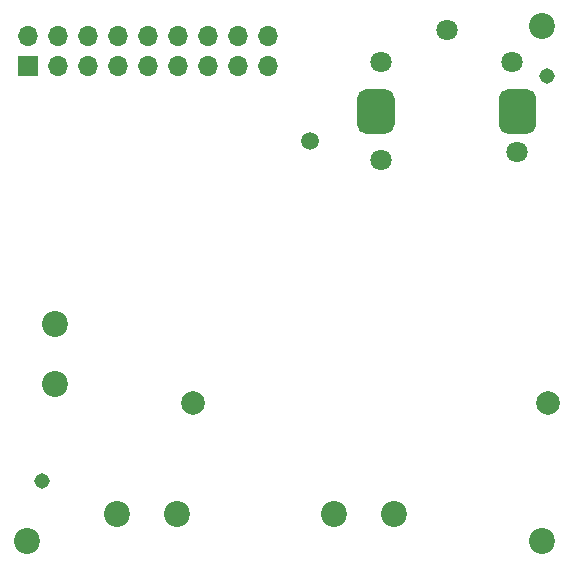
<source format=gbs>
G04 #@! TF.GenerationSoftware,KiCad,Pcbnew,5.1.10*
G04 #@! TF.CreationDate,2022-01-01T15:26:54+02:00*
G04 #@! TF.ProjectId,pwm-controller,70776d2d-636f-46e7-9472-6f6c6c65722e,rev?*
G04 #@! TF.SameCoordinates,Original*
G04 #@! TF.FileFunction,Soldermask,Bot*
G04 #@! TF.FilePolarity,Negative*
%FSLAX46Y46*%
G04 Gerber Fmt 4.6, Leading zero omitted, Abs format (unit mm)*
G04 Created by KiCad (PCBNEW 5.1.10) date 2022-01-01 15:26:54*
%MOMM*%
%LPD*%
G01*
G04 APERTURE LIST*
%ADD10C,2.200000*%
%ADD11C,1.500000*%
%ADD12O,1.700000X1.700000*%
%ADD13R,1.700000X1.700000*%
%ADD14C,1.800000*%
%ADD15C,2.000000*%
%ADD16C,1.310000*%
G04 APERTURE END LIST*
D10*
X86995000Y-120739000D03*
X92075000Y-120739000D03*
D11*
X103378000Y-89154000D03*
D12*
X99822000Y-80264000D03*
X99822000Y-82804000D03*
X97282000Y-80264000D03*
X97282000Y-82804000D03*
X94742000Y-80264000D03*
X94742000Y-82804000D03*
X92202000Y-80264000D03*
X92202000Y-82804000D03*
X89662000Y-80264000D03*
X89662000Y-82804000D03*
X87122000Y-80264000D03*
X87122000Y-82804000D03*
X84582000Y-80264000D03*
X84582000Y-82804000D03*
X82042000Y-80264000D03*
X82042000Y-82804000D03*
X79502000Y-80264000D03*
D13*
X79502000Y-82804000D03*
G36*
G01*
X119335000Y-87726000D02*
X119335000Y-85526000D01*
G75*
G02*
X120135000Y-84726000I800000J0D01*
G01*
X121735000Y-84726000D01*
G75*
G02*
X122535000Y-85526000I0J-800000D01*
G01*
X122535000Y-87726000D01*
G75*
G02*
X121735000Y-88526000I-800000J0D01*
G01*
X120135000Y-88526000D01*
G75*
G02*
X119335000Y-87726000I0J800000D01*
G01*
G37*
G36*
G01*
X107335000Y-87726000D02*
X107335000Y-85526000D01*
G75*
G02*
X108135000Y-84726000I800000J0D01*
G01*
X109735000Y-84726000D01*
G75*
G02*
X110535000Y-85526000I0J-800000D01*
G01*
X110535000Y-87726000D01*
G75*
G02*
X109735000Y-88526000I-800000J0D01*
G01*
X108135000Y-88526000D01*
G75*
G02*
X107335000Y-87726000I0J800000D01*
G01*
G37*
D14*
X114935000Y-79726000D03*
X109385000Y-82426000D03*
X120485000Y-82426000D03*
X120885000Y-90026000D03*
X109385000Y-90726000D03*
D15*
X123500000Y-111270000D03*
X93500000Y-111270000D03*
D10*
X123025000Y-79375000D03*
X81788000Y-109728000D03*
X81788000Y-104648000D03*
X105410000Y-120739000D03*
X110490000Y-120739000D03*
X123025000Y-123025000D03*
X79375000Y-123025000D03*
D16*
X80645000Y-117945000D03*
X123444000Y-83655000D03*
M02*

</source>
